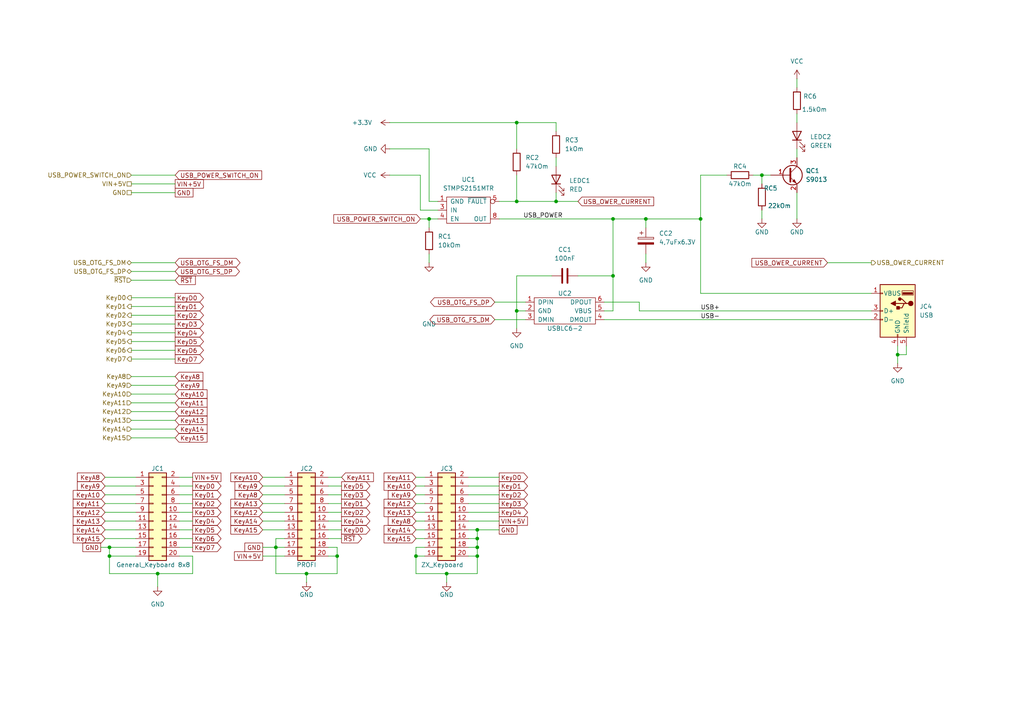
<source format=kicad_sch>
(kicad_sch (version 20231120) (generator "eeschema") (generator_version "8.0")
  (paper "A4")
  (lib_symbols
    (symbol "Connector:USB_A" (pin_names (offset 1.016))
      (property "Reference" "J" (at -5.08 11.43 0))
      (property "Value" "USB_A" (at -5.08 8.89 0))
      (symbol "USB_A_0_1"
        (rectangle (start -5.08 -7.62) (end 5.08 7.62) (stroke (width 0.254)) (fill (type background)))
        (circle (center -3.81 2.159) (radius 0.635) (stroke (width 0.254)) (fill (type outline)))
        (rectangle (start -1.524 4.826) (end -4.318 5.334) (fill (type outline)))
        (rectangle (start -1.27 4.572) (end -4.572 5.842))
        (circle (center -0.635 3.429) (radius 0.381) (stroke (width 0.254)) (fill (type outline)))
        (rectangle (start -0.127 -7.62) (end 0.127 -6.858))
        (polyline (pts (xy -3.175 2.159) (xy -2.54 2.159) (xy -1.27 3.429) (xy -0.635 3.429)) (stroke (width 0.254)))
        (polyline (pts (xy -2.54 2.159) (xy -1.905 2.159) (xy -1.27 0.889) (xy 0 0.889)) (stroke (width 0.254)))
        (polyline (pts (xy 0.635 2.794) (xy 0.635 1.524) (xy 1.905 2.159) (xy 0.635 2.794)) (stroke (width 0.254)) (fill (type outline)))
        (rectangle (start 0.254 1.27) (end -0.508 0.508) (stroke (width 0.254)) (fill (type outline)))
        (rectangle (start 5.08 -2.667) (end 4.318 -2.413))
        (rectangle (start 5.08 -0.127) (end 4.318 0.127))
        (rectangle (start 5.08 4.953) (end 4.318 5.207))
      )
      (symbol "USB_A_1_1"
        (polyline (pts (xy -1.905 2.159) (xy 0.635 2.159)) (stroke (width 0.254)))
        (pin power_in line (at 7.62 5.08 180) (length 2.54) (name "VBUS") (number "1"))
        (pin bidirectional line (at 7.62 -2.54 180) (length 2.54) (name "D-") (number "2"))
        (pin bidirectional line (at 7.62 0 180) (length 2.54) (name "D+") (number "3"))
        (pin power_in line (at 0 -10.16 90) (length 2.54) (name "GND") (number "4"))
        (pin passive line (at -2.54 -10.16 90) (length 2.54) (name "Shield") (number "5"))
      )
    )
    (symbol "Connector_Generic:Conn_02x10_Odd_Even" (pin_names (offset 1.016) hide)
      (property "Reference" "J" (at 1.27 12.7 0))
      (property "Value" "Conn_02x10_Odd_Even" (at 1.27 -15.24 0))
      (symbol "Conn_02x10_Odd_Even_1_1"
        (rectangle (start -1.27 -12.573) (end 0 -12.827) (stroke (width 0.1524)))
        (rectangle (start -1.27 -10.033) (end 0 -10.287) (stroke (width 0.1524)))
        (rectangle (start -1.27 -7.493) (end 0 -7.747) (stroke (width 0.1524)))
        (rectangle (start -1.27 -4.953) (end 0 -5.207) (stroke (width 0.1524)))
        (rectangle (start -1.27 -2.413) (end 0 -2.667) (stroke (width 0.1524)))
        (rectangle (start -1.27 0.127) (end 0 -0.127) (stroke (width 0.1524)))
        (rectangle (start -1.27 2.667) (end 0 2.413) (stroke (width 0.1524)))
        (rectangle (start -1.27 5.207) (end 0 4.953) (stroke (width 0.1524)))
        (rectangle (start -1.27 7.747) (end 0 7.493) (stroke (width 0.1524)))
        (rectangle (start -1.27 10.287) (end 0 10.033) (stroke (width 0.1524)))
        (rectangle (start -1.27 11.43) (end 3.81 -13.97) (stroke (width 0.254)) (fill (type background)))
        (rectangle (start 3.81 -12.573) (end 2.54 -12.827) (stroke (width 0.1524)))
        (rectangle (start 3.81 -10.033) (end 2.54 -10.287) (stroke (width 0.1524)))
        (rectangle (start 3.81 -7.493) (end 2.54 -7.747) (stroke (width 0.1524)))
        (rectangle (start 3.81 -4.953) (end 2.54 -5.207) (stroke (width 0.1524)))
        (rectangle (start 3.81 -2.413) (end 2.54 -2.667) (stroke (width 0.1524)))
        (rectangle (start 3.81 0.127) (end 2.54 -0.127) (stroke (width 0.1524)))
        (rectangle (start 3.81 2.667) (end 2.54 2.413) (stroke (width 0.1524)))
        (rectangle (start 3.81 5.207) (end 2.54 4.953) (stroke (width 0.1524)))
        (rectangle (start 3.81 7.747) (end 2.54 7.493) (stroke (width 0.1524)))
        (rectangle (start 3.81 10.287) (end 2.54 10.033) (stroke (width 0.1524)))
        (pin passive line (at -5.08 10.16 0) (length 3.81) (name "Pin_1") (number "1"))
        (pin passive line (at 7.62 0 180) (length 3.81) (name "Pin_10") (number "10"))
        (pin passive line (at -5.08 -2.54 0) (length 3.81) (name "Pin_11") (number "11"))
        (pin passive line (at 7.62 -2.54 180) (length 3.81) (name "Pin_12") (number "12"))
        (pin passive line (at -5.08 -5.08 0) (length 3.81) (name "Pin_13") (number "13"))
        (pin passive line (at 7.62 -5.08 180) (length 3.81) (name "Pin_14") (number "14"))
        (pin passive line (at -5.08 -7.62 0) (length 3.81) (name "Pin_15") (number "15"))
        (pin passive line (at 7.62 -7.62 180) (length 3.81) (name "Pin_16") (number "16"))
        (pin passive line (at -5.08 -10.16 0) (length 3.81) (name "Pin_17") (number "17"))
        (pin passive line (at 7.62 -10.16 180) (length 3.81) (name "Pin_18") (number "18"))
        (pin passive line (at -5.08 -12.7 0) (length 3.81) (name "Pin_19") (number "19"))
        (pin passive line (at 7.62 10.16 180) (length 3.81) (name "Pin_2") (number "2"))
        (pin passive line (at 7.62 -12.7 180) (length 3.81) (name "Pin_20") (number "20"))
        (pin passive line (at -5.08 7.62 0) (length 3.81) (name "Pin_3") (number "3"))
        (pin passive line (at 7.62 7.62 180) (length 3.81) (name "Pin_4") (number "4"))
        (pin passive line (at -5.08 5.08 0) (length 3.81) (name "Pin_5") (number "5"))
        (pin passive line (at 7.62 5.08 180) (length 3.81) (name "Pin_6") (number "6"))
        (pin passive line (at -5.08 2.54 0) (length 3.81) (name "Pin_7") (number "7"))
        (pin passive line (at 7.62 2.54 180) (length 3.81) (name "Pin_8") (number "8"))
        (pin passive line (at -5.08 0 0) (length 3.81) (name "Pin_9") (number "9"))
      )
    )
    (symbol "Device:C" (pin_numbers hide) (pin_names (offset 0.254))
      (property "Reference" "C" (at 0.635 2.54 0))
      (property "Value" "C" (at 0.635 -2.54 0))
      (symbol "C_0_1"
        (polyline (pts (xy -2.032 -0.762) (xy 2.032 -0.762)) (stroke (width 0.508)))
        (polyline (pts (xy -2.032 0.762) (xy 2.032 0.762)) (stroke (width 0.508)))
      )
      (symbol "C_1_1"
        (pin passive line (at 0 3.81 270) (length 2.794) (name "~") (number "1"))
        (pin passive line (at 0 -3.81 90) (length 2.794) (name "~") (number "2"))
      )
    )
    (symbol "Device:C_Polarized" (pin_numbers hide) (pin_names (offset 0.254))
      (property "Reference" "C" (at 0.635 2.54 0))
      (property "Value" "C_Polarized" (at 0.635 -2.54 0))
      (symbol "C_Polarized_0_1"
        (rectangle (start -2.286 0.508) (end 2.286 1.016))
        (polyline (pts (xy -1.778 2.286) (xy -0.762 2.286)))
        (polyline (pts (xy -1.27 2.794) (xy -1.27 1.778)))
        (rectangle (start 2.286 -0.508) (end -2.286 -1.016) (fill (type outline)))
      )
      (symbol "C_Polarized_1_1"
        (pin passive line (at 0 3.81 270) (length 2.794) (name "~") (number "1"))
        (pin passive line (at 0 -3.81 90) (length 2.794) (name "~") (number "2"))
      )
    )
    (symbol "Device:LED" (pin_numbers hide) (pin_names (offset 1.016) hide)
      (property "Reference" "D" (at 0 2.54 0))
      (property "Value" "LED" (at 0 -2.54 0))
      (symbol "LED_0_1"
        (polyline (pts (xy -1.27 -1.27) (xy -1.27 1.27)) (stroke (width 0.254)))
        (polyline (pts (xy -1.27 0) (xy 1.27 0)))
        (polyline (pts (xy 1.27 -1.27) (xy 1.27 1.27) (xy -1.27 0) (xy 1.27 -1.27)) (stroke (width 0.254)))
        (polyline (pts (xy -3.048 -0.762) (xy -4.572 -2.286) (xy -3.81 -2.286) (xy -4.572 -2.286) (xy -4.572 -1.524)))
        (polyline (pts (xy -1.778 -0.762) (xy -3.302 -2.286) (xy -2.54 -2.286) (xy -3.302 -2.286) (xy -3.302 -1.524)))
      )
      (symbol "LED_1_1"
        (pin passive line (at -3.81 0 0) (length 2.54) (name "K") (number "1"))
        (pin passive line (at 3.81 0 180) (length 2.54) (name "A") (number "2"))
      )
    )
    (symbol "Device:Q_NPN_BEC" (pin_names (offset 0) hide)
      (property "Reference" "Q" (at 5.08 1.27 0))
      (property "Value" "Q_NPN_BEC" (at 5.08 -1.27 0))
      (symbol "Q_NPN_BEC_0_1"
        (polyline (pts (xy 0.635 0.635) (xy 2.54 2.54)))
        (polyline (pts (xy 0.635 -0.635) (xy 2.54 -2.54) (xy 2.54 -2.54)))
        (polyline (pts (xy 0.635 1.905) (xy 0.635 -1.905) (xy 0.635 -1.905)) (stroke (width 0.508)))
        (polyline (pts (xy 1.27 -1.778) (xy 1.778 -1.27) (xy 2.286 -2.286) (xy 1.27 -1.778) (xy 1.27 -1.778)) (fill (type outline)))
        (circle (center 1.27 0) (radius 2.8194) (stroke (width 0.254)))
      )
      (symbol "Q_NPN_BEC_1_1"
        (pin input line (at -5.08 0 0) (length 5.715) (name "B") (number "1"))
        (pin passive line (at 2.54 -5.08 90) (length 2.54) (name "E") (number "2"))
        (pin passive line (at 2.54 5.08 270) (length 2.54) (name "C") (number "3"))
      )
    )
    (symbol "Device:R" (pin_numbers hide) (pin_names (offset 0))
      (property "Reference" "R" (at 2.032 0 90))
      (property "Value" "R" (at 0 0 90))
      (symbol "R_0_1"
        (rectangle (start -1.016 -2.54) (end 1.016 2.54) (stroke (width 0.254)))
      )
      (symbol "R_1_1"
        (pin passive line (at 0 3.81 270) (length 1.27) (name "~") (number "1"))
        (pin passive line (at 0 -3.81 90) (length 1.27) (name "~") (number "2"))
      )
    )
    (symbol "custom_symbol:STMPS2151MTR" (pin_names (offset 1.016))
      (property "Reference" "U" (at 0 5.08 0))
      (property "Value" "STMPS2151MTR" (at 0 -6.35 0))
      (symbol "STMPS2151MTR_0_1"
        (rectangle (start 6.35 -3.81) (end -6.35 3.81))
        (pin power_in line (at -8.89 2.54 0) (length 2.54) (name "GND") (number "1"))
        (pin power_in line (at -8.89 0 0) (length 2.54) hide (name "IN") (number "2"))
        (pin power_in line (at -8.89 0 0) (length 2.54) (name "IN") (number "3"))
        (pin input line (at -8.89 -2.54 0) (length 2.54) (name "EN") (number "4"))
        (pin passive line (at 8.89 -2.54 180) (length 2.54) hide (name "OUT") (number "6"))
        (pin passive line (at 8.89 -2.54 180) (length 2.54) hide (name "OUT") (number "7"))
        (pin power_out line (at 8.89 -2.54 180) (length 2.54) (name "OUT") (number "8"))
      )
      (symbol "STMPS2151MTR_1_1"
        (pin output inverted (at 8.89 2.54 180) (length 2.54) (name "~{FAULT}") (number "5"))
      )
    )
    (symbol "custom_symbol:USBLC6-2" (pin_names (offset 1.016))
      (property "Reference" "U" (at 0 5.08 0))
      (property "Value" "USBLC6-2" (at 0 -5.08 0))
      (symbol "USBLC6-2_0_1"
        (rectangle (start -8.89 3.81) (end 8.89 -3.81))
        (pin passive line (at -11.43 2.54 0) (length 2.54) (name "DPIN") (number "1"))
        (pin power_in line (at -11.43 0 0) (length 2.54) (name "GND") (number "2"))
        (pin passive line (at -11.43 -2.54 0) (length 2.54) (name "DMIN") (number "3"))
        (pin passive line (at 11.43 -2.54 180) (length 2.54) (name "DMOUT") (number "4"))
        (pin power_in line (at 11.43 0 180) (length 2.54) (name "VBUS") (number "5"))
        (pin passive line (at 11.43 2.54 180) (length 2.54) (name "DPOUT") (number "6"))
      )
    )
    (symbol "power:+3.3V" (power) (pin_numbers hide) (pin_names (offset 0) hide)
      (property "Value" "+3.3V" (at 0 3.556 0))
      (symbol "+3.3V_0_1"
        (polyline (pts (xy -0.762 1.27) (xy 0 2.54)))
        (polyline (pts (xy 0 0) (xy 0 2.54)))
        (polyline (pts (xy 0 2.54) (xy 0.762 1.27)))
      )
      (symbol "+3.3V_1_1"
        (pin power_in line (at 0 0 90) (length 0) (name "~") (number "1"))
      )
    )
    (symbol "power:GND" (power) (pin_numbers hide) (pin_names (offset 0) hide)
      (property "Value" "GND" (at 0 -3.81 0))
      (symbol "GND_0_1"
        (polyline (pts (xy 0 0) (xy 0 -1.27) (xy 1.27 -1.27) (xy 0 -2.54) (xy -1.27 -1.27) (xy 0 -1.27)))
      )
      (symbol "GND_1_1"
        (pin power_in line (at 0 0 270) (length 0) (name "~") (number "1"))
      )
    )
    (symbol "power:VCC" (power) (pin_numbers hide) (pin_names (offset 0) hide)
      (property "Value" "VCC" (at 0 3.556 0))
      (symbol "VCC_0_1"
        (polyline (pts (xy -0.762 1.27) (xy 0 2.54)))
        (polyline (pts (xy 0 0) (xy 0 2.54)))
        (polyline (pts (xy 0 2.54) (xy 0.762 1.27)))
      )
      (symbol "VCC_1_1"
        (pin power_in line (at 0 0 90) (length 0) (name "~") (number "1"))
      )
    )
  )
  (junction (at 129.54 166.37))
  (junction (at 45.72 166.37))
  (junction (at 88.9 166.37))
  (junction (at 80.01 158.75))
  (junction (at 260.35 102.87))
  (junction (at 187.325 63.5))
  (junction (at 31.75 158.75))
  (junction (at 161.29 58.42))
  (junction (at 97.79 161.29))
  (junction (at 203.2 63.5))
  (junction (at 138.43 156.21))
  (junction (at 120.65 161.29))
  (junction (at 138.43 161.29))
  (junction (at 149.86 35.56))
  (junction (at 149.86 58.42))
  (junction (at 138.43 153.67))
  (junction (at 138.43 158.75))
  (junction (at 177.8 63.5))
  (junction (at 124.46 63.5))
  (junction (at 177.8 80.01))
  (junction (at 149.86 90.17))
  (junction (at 31.75 161.29))
  (junction (at 220.98 50.8))
  (wire (pts (xy 144.78 148.59) (xy 135.89 148.59)))
  (wire (pts (xy 123.19 138.43) (xy 120.65 138.43)))
  (wire (pts (xy 231.14 55.88) (xy 231.14 63.5)))
  (wire (pts (xy 203.2 50.8) (xy 203.2 63.5)))
  (wire (pts (xy 177.8 63.5) (xy 187.325 63.5)))
  (wire (pts (xy 97.79 161.29) (xy 97.79 166.37)))
  (wire (pts (xy 31.75 161.29) (xy 31.75 166.37)))
  (wire (pts (xy 185.42 90.17) (xy 252.73 90.17)))
  (wire (pts (xy 187.325 63.5) (xy 203.2 63.5)))
  (wire (pts (xy 138.43 156.21) (xy 138.43 158.75)))
  (wire (pts (xy 203.2 85.09) (xy 252.73 85.09)))
  (wire (pts (xy 185.42 87.63) (xy 185.42 90.17)))
  (wire (pts (xy 135.89 161.29) (xy 138.43 161.29)))
  (wire (pts (xy 177.8 63.5) (xy 177.8 80.01)))
  (wire (pts (xy 144.78 138.43) (xy 135.89 138.43)))
  (wire (pts (xy 144.78 63.5) (xy 177.8 63.5)))
  (wire (pts (xy 167.64 80.01) (xy 177.8 80.01)))
  (wire (pts (xy 218.44 50.8) (xy 220.98 50.8)))
  (wire (pts (xy 88.9 166.37) (xy 80.01 166.37)))
  (wire (pts (xy 38.1 104.14) (xy 50.8 104.14)))
  (wire (pts (xy 113.03 43.18) (xy 124.46 43.18)))
  (wire (pts (xy 120.65 161.29) (xy 120.65 166.37)))
  (wire (pts (xy 175.26 90.17) (xy 177.8 90.17)))
  (wire (pts (xy 175.26 92.71) (xy 252.73 92.71)))
  (wire (pts (xy 149.86 80.01) (xy 149.86 90.17)))
  (wire (pts (xy 99.06 148.59) (xy 95.25 148.59)))
  (wire (pts (xy 39.37 156.21) (xy 30.48 156.21)))
  (wire (pts (xy 161.29 55.88) (xy 161.29 58.42)))
  (wire (pts (xy 82.55 156.21) (xy 80.01 156.21)))
  (wire (pts (xy 203.2 85.09) (xy 203.2 63.5)))
  (wire (pts (xy 80.01 156.21) (xy 80.01 158.75)))
  (wire (pts (xy 82.55 153.67) (xy 76.2 153.67)))
  (wire (pts (xy 152.4 90.17) (xy 149.86 90.17)))
  (wire (pts (xy 29.21 158.75) (xy 31.75 158.75)))
  (wire (pts (xy 135.89 156.21) (xy 138.43 156.21)))
  (wire (pts (xy 38.1 127) (xy 50.8 127)))
  (wire (pts (xy 99.06 140.97) (xy 95.25 140.97)))
  (wire (pts (xy 144.78 140.97) (xy 135.89 140.97)))
  (wire (pts (xy 82.55 143.51) (xy 76.2 143.51)))
  (wire (pts (xy 52.07 161.29) (xy 55.88 161.29)))
  (wire (pts (xy 39.37 140.97) (xy 30.48 140.97)))
  (wire (pts (xy 149.86 35.56) (xy 113.03 35.56)))
  (wire (pts (xy 50.8 88.9) (xy 38.1 88.9)))
  (wire (pts (xy 120.65 158.75) (xy 120.65 161.29)))
  (wire (pts (xy 210.82 50.8) (xy 203.2 50.8)))
  (wire (pts (xy 95.25 161.29) (xy 97.79 161.29)))
  (wire (pts (xy 149.86 43.18) (xy 149.86 35.56)))
  (wire (pts (xy 38.1 76.2) (xy 50.8 76.2)))
  (wire (pts (xy 50.8 91.44) (xy 38.1 91.44)))
  (wire (pts (xy 138.43 153.67) (xy 138.43 156.21)))
  (wire (pts (xy 55.88 158.75) (xy 52.07 158.75)))
  (wire (pts (xy 123.19 140.97) (xy 120.65 140.97)))
  (wire (pts (xy 39.37 138.43) (xy 30.48 138.43)))
  (wire (pts (xy 121.92 60.96) (xy 121.92 50.8)))
  (wire (pts (xy 260.35 102.87) (xy 262.89 102.87)))
  (wire (pts (xy 39.37 143.51) (xy 30.48 143.51)))
  (wire (pts (xy 240.03 76.2) (xy 252.73 76.2)))
  (wire (pts (xy 220.98 50.8) (xy 220.98 53.34)))
  (wire (pts (xy 123.19 143.51) (xy 120.65 143.51)))
  (wire (pts (xy 50.8 96.52) (xy 38.1 96.52)))
  (wire (pts (xy 38.1 111.76) (xy 50.8 111.76)))
  (wire (pts (xy 95.25 138.43) (xy 99.06 138.43)))
  (wire (pts (xy 160.02 80.01) (xy 149.86 80.01)))
  (wire (pts (xy 55.88 146.05) (xy 52.07 146.05)))
  (wire (pts (xy 149.86 58.42) (xy 161.29 58.42)))
  (wire (pts (xy 129.54 168.91) (xy 129.54 166.37)))
  (wire (pts (xy 76.2 158.75) (xy 80.01 158.75)))
  (wire (pts (xy 220.98 50.8) (xy 223.52 50.8)))
  (wire (pts (xy 55.88 161.29) (xy 55.88 166.37)))
  (wire (pts (xy 138.43 158.75) (xy 138.43 161.29)))
  (wire (pts (xy 138.43 153.67) (xy 144.78 153.67)))
  (wire (pts (xy 52.07 138.43) (xy 55.88 138.43)))
  (wire (pts (xy 149.86 50.8) (xy 149.86 58.42)))
  (wire (pts (xy 124.46 43.18) (xy 124.46 58.42)))
  (wire (pts (xy 121.92 63.5) (xy 124.46 63.5)))
  (wire (pts (xy 50.8 93.98) (xy 38.1 93.98)))
  (wire (pts (xy 82.55 146.05) (xy 76.2 146.05)))
  (wire (pts (xy 82.55 138.43) (xy 76.2 138.43)))
  (wire (pts (xy 99.06 153.67) (xy 95.25 153.67)))
  (wire (pts (xy 99.06 151.13) (xy 95.25 151.13)))
  (wire (pts (xy 31.75 166.37) (xy 45.72 166.37)))
  (wire (pts (xy 123.19 146.05) (xy 120.65 146.05)))
  (wire (pts (xy 38.1 109.22) (xy 50.8 109.22)))
  (wire (pts (xy 161.29 58.42) (xy 167.64 58.42)))
  (wire (pts (xy 143.51 92.71) (xy 152.4 92.71)))
  (wire (pts (xy 38.1 53.34) (xy 50.8 53.34)))
  (wire (pts (xy 55.88 140.97) (xy 52.07 140.97)))
  (wire (pts (xy 124.46 63.5) (xy 124.46 66.04)))
  (wire (pts (xy 124.46 63.5) (xy 127 63.5)))
  (wire (pts (xy 144.78 58.42) (xy 149.86 58.42)))
  (wire (pts (xy 99.06 146.05) (xy 95.25 146.05)))
  (wire (pts (xy 88.9 168.91) (xy 88.9 166.37)))
  (wire (pts (xy 39.37 153.67) (xy 30.48 153.67)))
  (wire (pts (xy 55.88 143.51) (xy 52.07 143.51)))
  (wire (pts (xy 76.2 161.29) (xy 82.55 161.29)))
  (wire (pts (xy 55.88 148.59) (xy 52.07 148.59)))
  (wire (pts (xy 50.8 99.06) (xy 38.1 99.06)))
  (wire (pts (xy 39.37 146.05) (xy 30.48 146.05)))
  (wire (pts (xy 124.46 73.66) (xy 124.46 76.2)))
  (wire (pts (xy 123.19 156.21) (xy 120.65 156.21)))
  (wire (pts (xy 124.46 58.42) (xy 127 58.42)))
  (wire (pts (xy 129.54 166.37) (xy 138.43 166.37)))
  (wire (pts (xy 38.1 78.74) (xy 50.8 78.74)))
  (wire (pts (xy 80.01 158.75) (xy 82.55 158.75)))
  (wire (pts (xy 138.43 161.29) (xy 138.43 166.37)))
  (wire (pts (xy 80.01 158.75) (xy 80.01 166.37)))
  (wire (pts (xy 38.1 114.3) (xy 50.8 114.3)))
  (wire (pts (xy 187.325 63.5) (xy 187.325 66.04)))
  (wire (pts (xy 144.78 146.05) (xy 135.89 146.05)))
  (wire (pts (xy 161.29 45.72) (xy 161.29 48.26)))
  (wire (pts (xy 231.14 33.02) (xy 231.14 35.56)))
  (wire (pts (xy 38.1 55.88) (xy 50.8 55.88)))
  (wire (pts (xy 123.19 153.67) (xy 120.65 153.67)))
  (wire (pts (xy 50.8 86.36) (xy 38.1 86.36)))
  (wire (pts (xy 260.35 100.33) (xy 260.35 102.87)))
  (wire (pts (xy 55.88 153.67) (xy 52.07 153.67)))
  (wire (pts (xy 38.1 50.8) (xy 50.8 50.8)))
  (wire (pts (xy 135.89 151.13) (xy 144.78 151.13)))
  (wire (pts (xy 220.98 60.96) (xy 220.98 63.5)))
  (wire (pts (xy 123.19 158.75) (xy 120.65 158.75)))
  (wire (pts (xy 95.25 158.75) (xy 97.79 158.75)))
  (wire (pts (xy 97.79 158.75) (xy 97.79 161.29)))
  (wire (pts (xy 45.72 166.37) (xy 55.88 166.37)))
  (wire (pts (xy 123.19 148.59) (xy 120.65 148.59)))
  (wire (pts (xy 82.55 148.59) (xy 76.2 148.59)))
  (wire (pts (xy 175.26 87.63) (xy 185.42 87.63)))
  (wire (pts (xy 123.19 151.13) (xy 120.65 151.13)))
  (wire (pts (xy 95.25 156.21) (xy 99.06 156.21)))
  (wire (pts (xy 97.79 166.37) (xy 88.9 166.37)))
  (wire (pts (xy 120.65 161.29) (xy 123.19 161.29)))
  (wire (pts (xy 30.48 148.59) (xy 39.37 148.59)))
  (wire (pts (xy 143.51 87.63) (xy 152.4 87.63)))
  (wire (pts (xy 82.55 151.13) (xy 76.2 151.13)))
  (wire (pts (xy 39.37 151.13) (xy 30.48 151.13)))
  (wire (pts (xy 144.78 143.51) (xy 135.89 143.51)))
  (wire (pts (xy 31.75 158.75) (xy 31.75 161.29)))
  (wire (pts (xy 260.35 102.87) (xy 260.35 105.41)))
  (wire (pts (xy 262.89 100.33) (xy 262.89 102.87)))
  (wire (pts (xy 38.1 101.6) (xy 50.8 101.6)))
  (wire (pts (xy 135.89 153.67) (xy 138.43 153.67)))
  (wire (pts (xy 38.1 124.46) (xy 50.8 124.46)))
  (wire (pts (xy 127 60.96) (xy 121.92 60.96)))
  (wire (pts (xy 149.86 35.56) (xy 161.29 35.56)))
  (wire (pts (xy 149.86 90.17) (xy 149.86 95.25)))
  (wire (pts (xy 135.89 158.75) (xy 138.43 158.75)))
  (wire (pts (xy 82.55 140.97) (xy 76.2 140.97)))
  (wire (pts (xy 113.03 50.8) (xy 121.92 50.8)))
  (wire (pts (xy 55.88 156.21) (xy 52.07 156.21)))
  (wire (pts (xy 38.1 119.38) (xy 50.8 119.38)))
  (wire (pts (xy 31.75 161.29) (xy 39.37 161.29)))
  (wire (pts (xy 120.65 166.37) (xy 129.54 166.37)))
  (wire (pts (xy 38.1 81.28) (xy 50.8 81.28)))
  (wire (pts (xy 161.29 35.56) (xy 161.29 38.1)))
  (wire (pts (xy 38.1 121.92) (xy 50.8 121.92)))
  (wire (pts (xy 99.06 143.51) (xy 95.25 143.51)))
  (wire (pts (xy 231.14 43.18) (xy 231.14 45.72)))
  (wire (pts (xy 38.1 116.84) (xy 50.8 116.84)))
  (wire (pts (xy 31.75 158.75) (xy 39.37 158.75)))
  (wire (pts (xy 55.88 151.13) (xy 52.07 151.13)))
  (wire (pts (xy 177.8 80.01) (xy 177.8 90.17)))
  (wire (pts (xy 45.72 166.37) (xy 45.72 170.18)))
  (wire (pts (xy 187.325 73.66) (xy 187.325 76.2)))
  (wire (pts (xy 231.14 22.86) (xy 231.14 25.4)))
  (label "USB_POWER" (at 151.765 63.5 0))
  (label "USB-" (at 203.2 92.71 0))
  (label "USB+" (at 203.2 90.17 0))
  (global_label "KeyD1" (shape output) (at 99.06 146.05 0) (property "Intersheetrefs" "${INTERSHEET_REFS}" (effects (hide yes))))
  (global_label "KeyA14" (shape input) (at 76.2 151.13 180) (property "Intersheetrefs" "${INTERSHEET_REFS}" (effects (hide yes))))
  (global_label "USB_OWER_CURRENT" (shape input) (at 240.03 76.2 180) (property "Intersheetrefs" "${INTERSHEET_REFS}" (effects (hide yes))))
  (global_label "KeyD7" (shape output) (at 55.88 158.75 0) (property "Intersheetrefs" "${INTERSHEET_REFS}" (effects (hide yes))))
  (global_label "VIN+5V" (shape passive) (at 76.2 161.29 180) (property "Intersheetrefs" "${INTERSHEET_REFS}" (effects (hide yes))))
  (global_label "KeyA15" (shape input) (at 120.65 156.21 180) (property "Intersheetrefs" "${INTERSHEET_REFS}" (effects (hide yes))))
  (global_label "KeyD0" (shape output) (at 50.8 86.36 0) (property "Intersheetrefs" "${INTERSHEET_REFS}" (effects (hide yes))))
  (global_label "KeyA13" (shape input) (at 50.8 121.92 0) (property "Intersheetrefs" "${INTERSHEET_REFS}" (effects (hide yes))))
  (global_label "KeyD6" (shape output) (at 50.8 101.6 0) (property "Intersheetrefs" "${INTERSHEET_REFS}" (effects (hide yes))))
  (global_label "KeyD4" (shape output) (at 50.8 96.52 0) (property "Intersheetrefs" "${INTERSHEET_REFS}" (effects (hide yes))))
  (global_label "KeyA9" (shape input) (at 76.2 140.97 180) (property "Intersheetrefs" "${INTERSHEET_REFS}" (effects (hide yes))))
  (global_label "KeyA8" (shape input) (at 120.65 151.13 180) (property "Intersheetrefs" "${INTERSHEET_REFS}" (effects (hide yes))))
  (global_label "USB_OTG_FS_DP" (shape bidirectional) (at 143.51 87.63 180) (property "Intersheetrefs" "${INTERSHEET_REFS}" (effects (hide yes))))
  (global_label "VIN+5V" (shape passive) (at 50.8 53.34 0) (property "Intersheetrefs" "${INTERSHEET_REFS}" (effects (hide yes))))
  (global_label "KeyD0" (shape output) (at 99.06 153.67 0) (property "Intersheetrefs" "${INTERSHEET_REFS}" (effects (hide yes))))
  (global_label "KeyA11" (shape input) (at 99.06 138.43 0) (property "Intersheetrefs" "${INTERSHEET_REFS}" (effects (hide yes))))
  (global_label "KeyA11" (shape input) (at 120.65 138.43 180) (property "Intersheetrefs" "${INTERSHEET_REFS}" (effects (hide yes))))
  (global_label "USB_OTG_FS_DM" (shape bidirectional) (at 143.51 92.71 180) (property "Intersheetrefs" "${INTERSHEET_REFS}" (effects (hide yes))))
  (global_label "KeyD3" (shape output) (at 55.88 148.59 0) (property "Intersheetrefs" "${INTERSHEET_REFS}" (effects (hide yes))))
  (global_label "KeyA14" (shape input) (at 30.48 153.67 180) (property "Intersheetrefs" "${INTERSHEET_REFS}" (effects (hide yes))))
  (global_label "KeyA13" (shape input) (at 30.48 151.13 180) (property "Intersheetrefs" "${INTERSHEET_REFS}" (effects (hide yes))))
  (global_label "GND" (shape passive) (at 50.8 55.88 0) (property "Intersheetrefs" "${INTERSHEET_REFS}" (effects (hide yes))))
  (global_label "KeyD2" (shape output) (at 50.8 91.44 0) (property "Intersheetrefs" "${INTERSHEET_REFS}" (effects (hide yes))))
  (global_label "KeyA14" (shape input) (at 50.8 124.46 0) (property "Intersheetrefs" "${INTERSHEET_REFS}" (effects (hide yes))))
  (global_label "KeyD3" (shape output) (at 99.06 143.51 0) (property "Intersheetrefs" "${INTERSHEET_REFS}" (effects (hide yes))))
  (global_label "KeyD5" (shape output) (at 50.8 99.06 0) (property "Intersheetrefs" "${INTERSHEET_REFS}" (effects (hide yes))))
  (global_label "KeyA10" (shape input) (at 50.8 114.3 0) (property "Intersheetrefs" "${INTERSHEET_REFS}" (effects (hide yes))))
  (global_label "KeyA15" (shape input) (at 76.2 153.67 180) (property "Intersheetrefs" "${INTERSHEET_REFS}" (effects (hide yes))))
  (global_label "KeyD2" (shape output) (at 99.06 148.59 0) (property "Intersheetrefs" "${INTERSHEET_REFS}" (effects (hide yes))))
  (global_label "KeyA12" (shape input) (at 76.2 148.59 180) (property "Intersheetrefs" "${INTERSHEET_REFS}" (effects (hide yes))))
  (global_label "KeyD2" (shape output) (at 55.88 146.05 0) (property "Intersheetrefs" "${INTERSHEET_REFS}" (effects (hide yes))))
  (global_label "GND" (shape passive) (at 144.78 153.67 0) (property "Intersheetrefs" "${INTERSHEET_REFS}" (effects (hide yes))))
  (global_label "KeyA11" (shape input) (at 50.8 116.84 0) (property "Intersheetrefs" "${INTERSHEET_REFS}" (effects (hide yes))))
  (global_label "KeyA15" (shape input) (at 30.48 156.21 180) (property "Intersheetrefs" "${INTERSHEET_REFS}" (effects (hide yes))))
  (global_label "KeyD3" (shape output) (at 144.78 146.05 0) (property "Intersheetrefs" "${INTERSHEET_REFS}" (effects (hide yes))))
  (global_label "VIN+5V" (shape passive) (at 144.78 151.13 0) (property "Intersheetrefs" "${INTERSHEET_REFS}" (effects (hide yes))))
  (global_label "KeyD4" (shape output) (at 55.88 151.13 0) (property "Intersheetrefs" "${INTERSHEET_REFS}" (effects (hide yes))))
  (global_label "KeyA12" (shape input) (at 120.65 146.05 180) (property "Intersheetrefs" "${INTERSHEET_REFS}" (effects (hide yes))))
  (global_label "VIN+5V" (shape passive) (at 55.88 138.43 0) (property "Intersheetrefs" "${INTERSHEET_REFS}" (effects (hide yes))))
  (global_label "KeyD5" (shape output) (at 99.06 140.97 0) (property "Intersheetrefs" "${INTERSHEET_REFS}" (effects (hide yes))))
  (global_label "KeyD0" (shape output) (at 144.78 138.43 0) (property "Intersheetrefs" "${INTERSHEET_REFS}" (effects (hide yes))))
  (global_label "USB_OTG_FS_DP" (shape bidirectional) (at 50.8 78.74 0) (property "Intersheetrefs" "${INTERSHEET_REFS}" (effects (hide yes))))
  (global_label "KeyA10" (shape input) (at 120.65 140.97 180) (property "Intersheetrefs" "${INTERSHEET_REFS}" (effects (hide yes))))
  (global_label "USB_OTG_FS_DM" (shape bidirectional) (at 50.8 76.2 0) (property "Intersheetrefs" "${INTERSHEET_REFS}" (effects (hide yes))))
  (global_label "KeyA14" (shape input) (at 120.65 153.67 180) (property "Intersheetrefs" "${INTERSHEET_REFS}" (effects (hide yes))))
  (global_label "KeyA10" (shape input) (at 30.48 143.51 180) (property "Intersheetrefs" "${INTERSHEET_REFS}" (effects (hide yes))))
  (global_label "KeyA9" (shape input) (at 50.8 111.76 0) (property "Intersheetrefs" "${INTERSHEET_REFS}" (effects (hide yes))))
  (global_label "~{RST}" (shape output) (at 99.06 156.21 0) (property "Intersheetrefs" "${INTERSHEET_REFS}" (effects (hide yes))))
  (global_label "USB_POWER_SWITCH_ON" (shape input) (at 50.8 50.8 0) (property "Intersheetrefs" "${INTERSHEET_REFS}" (effects (hide yes))))
  (global_label "USB_POWER_SWITCH_ON" (shape input) (at 121.92 63.5 180) (property "Intersheetrefs" "${INTERSHEET_REFS}" (effects (hide yes))))
  (global_label "GND" (shape passive) (at 29.21 158.75 180) (property "Intersheetrefs" "${INTERSHEET_REFS}" (effects (hide yes))))
  (global_label "KeyA9" (shape input) (at 120.65 143.51 180) (property "Intersheetrefs" "${INTERSHEET_REFS}" (effects (hide yes))))
  (global_label "KeyA8" (shape input) (at 76.2 143.51 180) (property "Intersheetrefs" "${INTERSHEET_REFS}" (effects (hide yes))))
  (global_label "KeyA11" (shape input) (at 30.48 146.05 180) (property "Intersheetrefs" "${INTERSHEET_REFS}" (effects (hide yes))))
  (global_label "KeyD6" (shape output) (at 55.88 156.21 0) (property "Intersheetrefs" "${INTERSHEET_REFS}" (effects (hide yes))))
  (global_label "KeyD2" (shape output) (at 144.78 143.51 0) (property "Intersheetrefs" "${INTERSHEET_REFS}" (effects (hide yes))))
  (global_label "KeyD3" (shape output) (at 50.8 93.98 0) (property "Intersheetrefs" "${INTERSHEET_REFS}" (effects (hide yes))))
  (global_label "KeyA8" (shape input) (at 50.8 109.22 0) (property "Intersheetrefs" "${INTERSHEET_REFS}" (effects (hide yes))))
  (global_label "KeyD7" (shape output) (at 50.8 104.14 0) (property "Intersheetrefs" "${INTERSHEET_REFS}" (effects (hide yes))))
  (global_label "KeyA8" (shape input) (at 30.48 138.43 180) (property "Intersheetrefs" "${INTERSHEET_REFS}" (effects (hide yes))))
  (global_label "KeyA9" (shape input) (at 30.48 140.97 180) (property "Intersheetrefs" "${INTERSHEET_REFS}" (effects (hide yes))))
  (global_label "KeyD1" (shape output) (at 50.8 88.9 0) (property "Intersheetrefs" "${INTERSHEET_REFS}" (effects (hide yes))))
  (global_label "KeyD1" (shape output) (at 144.78 140.97 0) (property "Intersheetrefs" "${INTERSHEET_REFS}" (effects (hide yes))))
  (global_label "KeyD4" (shape output) (at 99.06 151.13 0) (property "Intersheetrefs" "${INTERSHEET_REFS}" (effects (hide yes))))
  (global_label "KeyD1" (shape output) (at 55.88 143.51 0) (property "Intersheetrefs" "${INTERSHEET_REFS}" (effects (hide yes))))
  (global_label "GND" (shape passive) (at 76.2 158.75 180) (property "Intersheetrefs" "${INTERSHEET_REFS}" (effects (hide yes))))
  (global_label "KeyD4" (shape output) (at 144.78 148.59 0) (property "Intersheetrefs" "${INTERSHEET_REFS}" (effects (hide yes))))
  (global_label "KeyA12" (shape input) (at 30.48 148.59 180) (property "Intersheetrefs" "${INTERSHEET_REFS}" (effects (hide yes))))
  (global_label "KeyD0" (shape output) (at 55.88 140.97 0) (property "Intersheetrefs" "${INTERSHEET_REFS}" (effects (hide yes))))
  (global_label "KeyA13" (shape input) (at 76.2 146.05 180) (property "Intersheetrefs" "${INTERSHEET_REFS}" (effects (hide yes))))
  (global_label "KeyA13" (shape input) (at 120.65 148.59 180) (property "Intersheetrefs" "${INTERSHEET_REFS}" (effects (hide yes))))
  (global_label "KeyD5" (shape output) (at 55.88 153.67 0) (property "Intersheetrefs" "${INTERSHEET_REFS}" (effects (hide yes))))
  (global_label "KeyA15" (shape input) (at 50.8 127 0) (property "Intersheetrefs" "${INTERSHEET_REFS}" (effects (hide yes))))
  (global_label "USB_OWER_CURRENT" (shape input) (at 167.64 58.42 0) (property "Intersheetrefs" "${INTERSHEET_REFS}" (effects (hide yes))))
  (global_label "~{RST}" (shape input) (at 50.8 81.28 0) (property "Intersheetrefs" "${INTERSHEET_REFS}" (effects (hide yes))))
  (global_label "KeyA12" (shape input) (at 50.8 119.38 0) (property "Intersheetrefs" "${INTERSHEET_REFS}" (effects (hide yes))))
  (global_label "KeyA10" (shape input) (at 76.2 138.43 180) (property "Intersheetrefs" "${INTERSHEET_REFS}" (effects (hide yes))))
  (hierarchical_label "KeyD0" (shape output) (at 38.1 86.36 180))
  (hierarchical_label "KeyA13" (shape input) (at 38.1 121.92 180))
  (hierarchical_label "KeyD6" (shape output) (at 38.1 101.6 180))
  (hierarchical_label "KeyD2" (shape output) (at 38.1 91.44 180))
  (hierarchical_label "USB_OTG_FS_DM" (shape bidirectional) (at 38.1 76.2 180))
  (hierarchical_label "USB_OWER_CURRENT" (shape output) (at 252.73 76.2 0))
  (hierarchical_label "KeyA10" (shape input) (at 38.1 114.3 180))
  (hierarchical_label "KeyD5" (shape output) (at 38.1 99.06 180))
  (hierarchical_label "KeyA12" (shape input) (at 38.1 119.38 180))
  (hierarchical_label "KeyA14" (shape input) (at 38.1 124.46 180))
  (hierarchical_label "KeyD4" (shape output) (at 38.1 96.52 180))
  (hierarchical_label "~{RST}" (shape input) (at 38.1 81.28 180))
  (hierarchical_label "KeyA11" (shape input) (at 38.1 116.84 180))
  (hierarchical_label "USB_OTG_FS_DP" (shape bidirectional) (at 38.1 78.74 180))
  (hierarchical_label "USB_POWER_SWITCH_ON" (shape input) (at 38.1 50.8 180))
  (hierarchical_label "KeyD1" (shape output) (at 38.1 88.9 180))
  (hierarchical_label "GND" (shape passive) (at 38.1 55.88 180))
  (hierarchical_label "KeyA9" (shape input) (at 38.1 111.76 180))
  (hierarchical_label "KeyD3" (shape output) (at 38.1 93.98 180))
  (hierarchical_label "KeyD7" (shape output) (at 38.1 104.14 180))
  (hierarchical_label "KeyA8" (shape input) (at 38.1 109.22 180))
  (hierarchical_label "KeyA15" (shape input) (at 38.1 127 180))
  (hierarchical_label "VIN+5V" (shape passive) (at 38.1 53.34 180))
  (symbol (lib_id "power:VCC") (at 113.03 50.8 90) (unit 1)
    (property "Reference" "#PWR037" (effects (hide yes)))
    (property "Value" "VCC" (at 109.22 50.7999 90) (effects (justify left)))
    (property "Description" "Power symbol creates a global label with name \"VCC\"" (effects (hide yes)))
  )
  (symbol (lib_id "Device:R") (at 149.86 46.99 0) (unit 1)
    (property "Reference" "RC2" (at 152.4 45.7199 0) (effects (justify left)))
    (property "Value" "47kOm" (at 152.4 48.2599 0) (effects (justify left)))
    (property "Footprint" "Resistor_SMD:R_0805_2012Metric_Pad1.20x1.40mm_HandSolder" (effects (hide yes)))
    (property "Description" "Resistor" (effects (hide yes)))
  )
  (symbol (lib_id "Connector_Generic:Conn_02x10_Odd_Even") (at 128.27 148.59 0) (unit 1)
    (property "Reference" "JC3" (at 129.54 135.89 0))
    (property "Value" "ZX_Keyboard" (at 128.27 163.83 0))
    (property "Footprint" "Connector_PinHeader_2.54mm:PinHeader_2x10_P2.54mm_Vertical" (effects (hide yes)))
    (property "Description" "Generic connector, double row, 02x10, odd/even pin numbering scheme (row 1 odd numbers, row 2 even numbers), script generated (kicad-library-utils/schlib/autogen/connector/)" (effects (hide yes)))
  )
  (symbol (lib_id "Device:LED") (at 231.14 39.37 90) (unit 1)
    (property "Reference" "LEDC2" (at 234.95 39.6874 90) (effects (justify right)))
    (property "Value" "GREEN" (at 234.95 42.2274 90) (effects (justify right)))
    (property "Footprint" "LED_SMD:LED_0805_2012Metric_Pad1.15x1.40mm_HandSolder" (effects (hide yes)))
    (property "Description" "Light emitting diode" (effects (hide yes)))
  )
  (symbol (lib_id "Connector_Generic:Conn_02x10_Odd_Even") (at 44.45 148.59 0) (unit 1)
    (property "Reference" "JC1" (at 45.72 135.89 0))
    (property "Value" "General_Keyboard 8x8" (at 44.45 163.83 0))
    (property "Footprint" "Connector_PinHeader_2.54mm:PinHeader_2x10_P2.54mm_Vertical" (effects (hide yes)))
    (property "Description" "Generic connector, double row, 02x10, odd/even pin numbering scheme (row 1 odd numbers, row 2 even numbers), script generated (kicad-library-utils/schlib/autogen/connector/)" (effects (hide yes)))
  )
  (symbol (lib_id "Connector:USB_A") (at 260.35 90.17 0) (mirror y) (unit 1)
    (property "Reference" "JC4" (at 266.7 88.8999 0) (effects (justify right)))
    (property "Value" "USB" (at 266.7 91.4399 0) (effects (justify right)))
    (property "Footprint" "Connector_USB:USB_A_Molex_67643_Horizontal" (effects (hide yes)))
    (property "Datasheet" " ~" (effects (hide yes)))
    (property "Description" "USB Type A connector" (effects (hide yes)))
  )
  (symbol (lib_id "Device:R") (at 214.63 50.8 90) (unit 1)
    (property "Reference" "RC4" (at 214.63 48.26 90))
    (property "Value" "47kOm" (at 214.63 53.34 90))
    (property "Footprint" "Resistor_SMD:R_0805_2012Metric_Pad1.20x1.40mm_HandSolder" (effects (hide yes)))
    (property "Description" "Resistor" (effects (hide yes)))
  )
  (symbol (lib_id "custom_symbol:STMPS2151MTR") (at 135.89 60.96 0) (unit 1)
    (property "Reference" "UC1" (at 135.89 52.07 0))
    (property "Value" "STMPS2151MTR" (at 135.89 54.61 0))
    (property "Footprint" "Package_SO:SO-8_3.9x4.9mm_P1.27mm" (effects (hide yes)))
    (property "Datasheet" "https://www.st.com/resource/en/datasheet/stmps2141.pdf" (effects (hide yes)))
    (property "Description" "Enhanced single channel power switches. Active low" (effects (hide yes)))
  )
  (symbol (lib_id "Device:R") (at 220.98 57.15 0) (unit 1)
    (property "Reference" "RC5" (at 223.52 54.61 0))
    (property "Value" "22kOm" (at 226.06 59.69 0))
    (property "Footprint" "Resistor_SMD:R_0805_2012Metric_Pad1.20x1.40mm_HandSolder" (effects (hide yes)))
    (property "Description" "Resistor" (effects (hide yes)))
  )
  (symbol (lib_id "power:GND") (at 113.03 43.18 270) (unit 1)
    (property "Reference" "#PWR036" (effects (hide yes)))
    (property "Value" "GND" (at 105.41 43.18 90) (effects (justify left)))
    (property "Description" "Power symbol creates a global label with name \"GND\" , ground" (effects (hide yes)))
  )
  (symbol (lib_id "power:GND") (at 260.35 105.41 0) (unit 1)
    (property "Reference" "#PWR045" (effects (hide yes)))
    (property "Value" "GND" (at 260.35 110.49 0))
    (property "Description" "Power symbol creates a global label with name \"GND\" , ground" (effects (hide yes)))
  )
  (symbol (lib_id "Device:C_Polarized") (at 187.325 69.85 0) (unit 1)
    (property "Reference" "CC2" (at 191.135 67.6909 0) (effects (justify left)))
    (property "Value" "4,7uFx6.3V" (at 191.135 70.2309 0) (effects (justify left)))
    (property "Footprint" "Capacitor_Tantalum_SMD:CP_EIA-3216-18_Kemet-A_Pad1.58x1.35mm_HandSolder" (effects (hide yes)))
    (property "Description" "Polarized capacitor" (effects (hide yes)))
  )
  (symbol (lib_id "Connector_Generic:Conn_02x10_Odd_Even") (at 87.63 148.59 0) (unit 1)
    (property "Reference" "JC2" (at 88.9 135.89 0))
    (property "Value" "PROFI" (at 88.9 163.83 0))
    (property "Footprint" "Connector_PinHeader_2.54mm:PinHeader_2x10_P2.54mm_Vertical" (effects (hide yes)))
    (property "Description" "Generic connector, double row, 02x10, odd/even pin numbering scheme (row 1 odd numbers, row 2 even numbers), script generated (kicad-library-utils/schlib/autogen/connector/)" (effects (hide yes)))
  )
  (symbol (lib_id "power:GND") (at 88.9 168.91 0) (mirror y) (unit 1)
    (property "Reference" "#PWR034" (effects (hide yes)))
    (property "Value" "GND" (at 88.9 172.466 0))
    (property "Description" "Power symbol creates a global label with name \"GND\" , ground" (effects (hide yes)))
  )
  (symbol (lib_id "Device:LED") (at 161.29 52.07 90) (unit 1)
    (property "Reference" "LEDC1" (at 165.1 52.3874 90) (effects (justify right)))
    (property "Value" "RED" (at 165.1 54.9274 90) (effects (justify right)))
    (property "Footprint" "LED_SMD:LED_0805_2012Metric_Pad1.15x1.40mm_HandSolder" (effects (hide yes)))
    (property "Description" "Light emitting diode" (effects (hide yes)))
  )
  (symbol (lib_id "Device:Q_NPN_BEC") (at 228.6 50.8 0) (unit 1)
    (property "Reference" "QC1" (at 233.68 49.5299 0) (effects (justify left)))
    (property "Value" "S9013" (at 233.68 52.0699 0) (effects (justify left)))
    (property "Footprint" "Package_TO_SOT_SMD:SOT-23_Handsoldering" (effects (hide yes)))
    (property "Description" "NPN transistor, base/emitter/collector" (effects (hide yes)))
  )
  (symbol (lib_id "power:GND") (at 149.86 95.25 0) (unit 1)
    (property "Reference" "#PWR040" (effects (hide yes)))
    (property "Value" "GND" (at 149.86 100.33 0))
    (property "Description" "Power symbol creates a global label with name \"GND\" , ground" (effects (hide yes)))
  )
  (symbol (lib_id "power:GND") (at 124.46 76.2 0) (unit 1)
    (property "Reference" "#PWR038" (effects (hide yes)))
    (property "Value" "GND" (at 124.46 93.98 0))
    (property "Description" "Power symbol creates a global label with name \"GND\" , ground" (effects (hide yes)))
  )
  (symbol (lib_id "Device:R") (at 161.29 41.91 0) (unit 1)
    (property "Reference" "RC3" (at 163.83 40.6399 0) (effects (justify left)))
    (property "Value" "1kOm" (at 163.83 43.1799 0) (effects (justify left)))
    (property "Footprint" "Resistor_SMD:R_0805_2012Metric_Pad1.20x1.40mm_HandSolder" (effects (hide yes)))
    (property "Description" "Resistor" (effects (hide yes)))
  )
  (symbol (lib_id "power:GND") (at 45.72 170.18 0) (unit 1)
    (property "Reference" "#PWR033" (effects (hide yes)))
    (property "Value" "GND" (at 45.72 175.26 0))
    (property "Description" "Power symbol creates a global label with name \"GND\" , ground" (effects (hide yes)))
  )
  (symbol (lib_id "power:VCC") (at 231.14 22.86 0) (unit 1)
    (property "Reference" "#PWR043" (effects (hide yes)))
    (property "Value" "VCC" (at 231.14 17.78 0))
    (property "Description" "Power symbol creates a global label with name \"VCC\"" (effects (hide yes)))
  )
  (symbol (lib_id "power:GND") (at 129.54 168.91 0) (mirror y) (unit 1)
    (property "Reference" "#PWR039" (effects (hide yes)))
    (property "Value" "GND" (at 129.54 172.466 0))
    (property "Description" "Power symbol creates a global label with name \"GND\" , ground" (effects (hide yes)))
  )
  (symbol (lib_id "custom_symbol:USBLC6-2") (at 163.83 90.17 0) (unit 1)
    (property "Reference" "UC2" (at 163.83 85.09 0))
    (property "Value" "USBLC6-2" (at 163.83 95.25 0))
    (property "Footprint" "Package_TO_SOT_SMD:SOT-23-6_Handsoldering" (effects (hide yes)))
    (property "Datasheet" "https://www.st.com/resource/en/datasheet/usblc6-2.pdf" (effects (hide yes)))
    (property "Description" "Very low capacitance ESD protection" (effects (hide yes)))
  )
  (symbol (lib_id "power:+3.3V") (at 113.03 35.56 90) (unit 1)
    (property "Reference" "#PWR035" (effects (hide yes)))
    (property "Value" "+3.3V" (at 107.95 35.56 90) (effects (justify left)))
    (property "Description" "Power symbol creates a global label with name \"+3.3V\"" (effects (hide yes)))
  )
  (symbol (lib_id "Device:R") (at 231.14 29.21 0) (unit 1)
    (property "Reference" "RC6" (at 234.95 27.94 0))
    (property "Value" "1.5kOm" (at 236.22 31.75 0))
    (property "Footprint" "Resistor_SMD:R_0805_2012Metric_Pad1.20x1.40mm_HandSolder" (effects (hide yes)))
    (property "Description" "Resistor" (effects (hide yes)))
  )
  (symbol (lib_id "power:GND") (at 187.325 76.2 0) (unit 1)
    (property "Reference" "#PWR041" (effects (hide yes)))
    (property "Value" "GND" (at 187.325 81.28 0))
    (property "Description" "Power symbol creates a global label with name \"GND\" , ground" (effects (hide yes)))
  )
  (symbol (lib_id "power:GND") (at 220.98 63.5 0) (unit 1)
    (property "Reference" "#PWR042" (effects (hide yes)))
    (property "Value" "GND" (at 220.98 67.31 0))
    (property "Description" "Power symbol creates a global label with name \"GND\" , ground" (effects (hide yes)))
  )
  (symbol (lib_id "Device:R") (at 124.46 69.85 0) (unit 1)
    (property "Reference" "RC1" (at 127 68.5799 0) (effects (justify left)))
    (property "Value" "10kOm" (at 127 71.1199 0) (effects (justify left)))
    (property "Footprint" "Resistor_SMD:R_0805_2012Metric_Pad1.20x1.40mm_HandSolder" (effects (hide yes)))
    (property "Description" "Resistor" (effects (hide yes)))
  )
  (symbol (lib_id "Device:C") (at 163.83 80.01 90) (unit 1)
    (property "Reference" "CC1" (at 163.83 72.39 90))
    (property "Value" "100nF" (at 163.83 74.93 90))
    (property "Footprint" "Capacitor_SMD:C_0805_2012Metric_Pad1.18x1.45mm_HandSolder" (effects (hide yes)))
    (property "Description" "Unpolarized capacitor" (effects (hide yes)))
  )
  (symbol (lib_id "power:GND") (at 231.14 63.5 0) (unit 1)
    (property "Reference" "#PWR044" (effects (hide yes)))
    (property "Value" "GND" (at 231.14 67.31 0))
    (property "Description" "Power symbol creates a global label with name \"GND\" , ground" (effects (hide yes)))
  )
)
</source>
